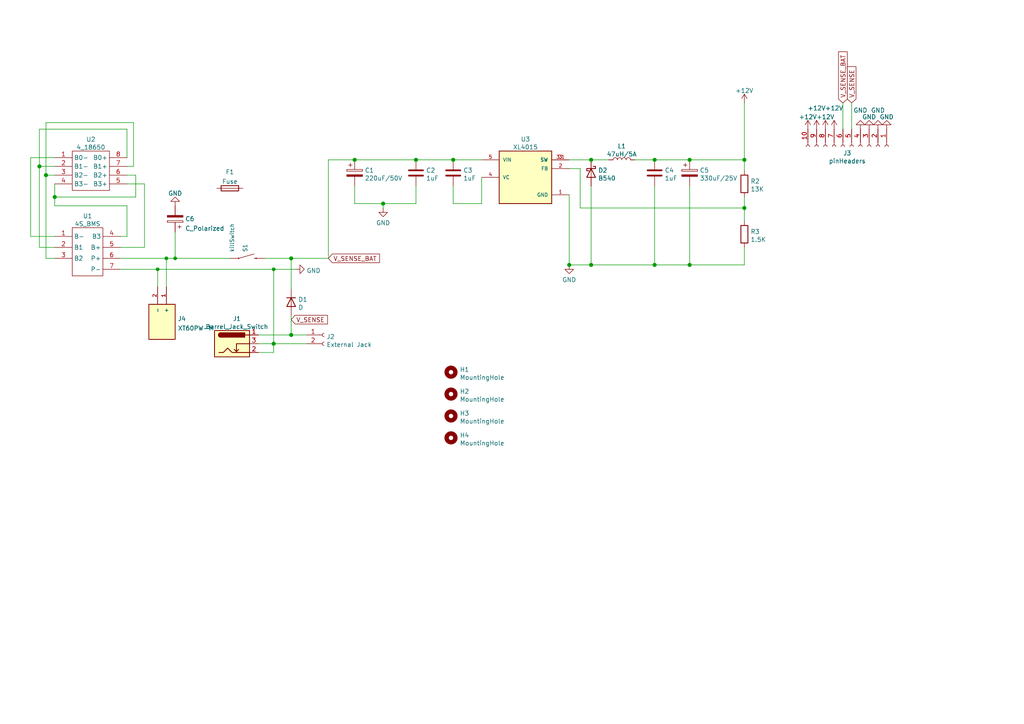
<source format=kicad_sch>
(kicad_sch (version 20211123) (generator eeschema)
  (paper "A4")
  (lib_symbols
    (symbol "Connector:Barrel_Jack_Switch" (pin_names hide)
      (property "Reference" "J" (at 0 5.334 0))
      (property "Value" "Barrel_Jack_Switch" (at 0 -5.08 0))
      (symbol "Barrel_Jack_Switch_0_1"
        (rectangle (start -5.08 3.81) (end 5.08 -3.81) (stroke (width 0.254)) (fill (type background)))
        (arc (start -3.302 3.175) (mid -3.937 2.54) (end -3.302 1.905) (stroke (width 0.254)))
        (arc (start -3.302 3.175) (mid -3.937 2.54) (end -3.302 1.905) (stroke (width 0.254)) (fill (type outline)))
        (polyline (pts (xy 1.27 -2.286) (xy 1.905 -1.651)) (stroke (width 0.254)))
        (polyline (pts (xy 5.08 2.54) (xy 3.81 2.54)) (stroke (width 0.254)))
        (polyline (pts (xy 5.08 0) (xy 1.27 0) (xy 1.27 -2.286) (xy 0.635 -1.651)) (stroke (width 0.254)))
        (polyline (pts (xy -3.81 -2.54) (xy -2.54 -2.54) (xy -1.27 -1.27) (xy 0 -2.54) (xy 2.54 -2.54) (xy 5.08 -2.54)) (stroke (width 0.254)))
        (rectangle (start 3.683 3.175) (end -3.302 1.905) (stroke (width 0.254)) (fill (type outline)))
      )
      (symbol "Barrel_Jack_Switch_1_1"
        (pin passive line (at 7.62 2.54 180) (length 2.54) (name "~") (number "1"))
        (pin passive line (at 7.62 -2.54 180) (length 2.54) (name "~") (number "2"))
        (pin passive line (at 7.62 0 180) (length 2.54) (name "~") (number "3"))
      )
    )
    (symbol "Connector:Conn_01x02_Female" (pin_names (offset 1.016) hide)
      (property "Reference" "J" (at 0 2.54 0))
      (property "Value" "Conn_01x02_Female" (at 0 -5.08 0))
      (symbol "Conn_01x02_Female_1_1"
        (arc (start 0 -2.032) (mid -0.508 -2.54) (end 0 -3.048) (stroke (width 0.1524)))
        (polyline (pts (xy -1.27 -2.54) (xy -0.508 -2.54)) (stroke (width 0.1524)))
        (polyline (pts (xy -1.27 0) (xy -0.508 0)) (stroke (width 0.1524)))
        (arc (start 0 0.508) (mid -0.508 0) (end 0 -0.508) (stroke (width 0.1524)))
        (pin passive line (at -5.08 0 0) (length 3.81) (name "Pin_1") (number "1"))
        (pin passive line (at -5.08 -2.54 0) (length 3.81) (name "Pin_2") (number "2"))
      )
    )
    (symbol "Connector:Conn_01x10_Female" (pin_names (offset 1.016) hide)
      (property "Reference" "J" (at 0 12.7 0))
      (property "Value" "Conn_01x10_Female" (at 0 -15.24 0))
      (symbol "Conn_01x10_Female_1_1"
        (arc (start 0 -12.192) (mid -0.508 -12.7) (end 0 -13.208) (stroke (width 0.1524)))
        (arc (start 0 -9.652) (mid -0.508 -10.16) (end 0 -10.668) (stroke (width 0.1524)))
        (arc (start 0 -7.112) (mid -0.508 -7.62) (end 0 -8.128) (stroke (width 0.1524)))
        (arc (start 0 -4.572) (mid -0.508 -5.08) (end 0 -5.588) (stroke (width 0.1524)))
        (arc (start 0 -2.032) (mid -0.508 -2.54) (end 0 -3.048) (stroke (width 0.1524)))
        (polyline (pts (xy -1.27 -12.7) (xy -0.508 -12.7)) (stroke (width 0.1524)))
        (polyline (pts (xy -1.27 -10.16) (xy -0.508 -10.16)) (stroke (width 0.1524)))
        (polyline (pts (xy -1.27 -7.62) (xy -0.508 -7.62)) (stroke (width 0.1524)))
        (polyline (pts (xy -1.27 -5.08) (xy -0.508 -5.08)) (stroke (width 0.1524)))
        (polyline (pts (xy -1.27 -2.54) (xy -0.508 -2.54)) (stroke (width 0.1524)))
        (polyline (pts (xy -1.27 0) (xy -0.508 0)) (stroke (width 0.1524)))
        (polyline (pts (xy -1.27 2.54) (xy -0.508 2.54)) (stroke (width 0.1524)))
        (polyline (pts (xy -1.27 5.08) (xy -0.508 5.08)) (stroke (width 0.1524)))
        (polyline (pts (xy -1.27 7.62) (xy -0.508 7.62)) (stroke (width 0.1524)))
        (polyline (pts (xy -1.27 10.16) (xy -0.508 10.16)) (stroke (width 0.1524)))
        (arc (start 0 0.508) (mid -0.508 0) (end 0 -0.508) (stroke (width 0.1524)))
        (arc (start 0 3.048) (mid -0.508 2.54) (end 0 2.032) (stroke (width 0.1524)))
        (arc (start 0 5.588) (mid -0.508 5.08) (end 0 4.572) (stroke (width 0.1524)))
        (arc (start 0 8.128) (mid -0.508 7.62) (end 0 7.112) (stroke (width 0.1524)))
        (arc (start 0 10.668) (mid -0.508 10.16) (end 0 9.652) (stroke (width 0.1524)))
        (pin passive line (at -5.08 10.16 0) (length 3.81) (name "Pin_1") (number "1"))
        (pin passive line (at -5.08 -12.7 0) (length 3.81) (name "Pin_10") (number "10"))
        (pin passive line (at -5.08 7.62 0) (length 3.81) (name "Pin_2") (number "2"))
        (pin passive line (at -5.08 5.08 0) (length 3.81) (name "Pin_3") (number "3"))
        (pin passive line (at -5.08 2.54 0) (length 3.81) (name "Pin_4") (number "4"))
        (pin passive line (at -5.08 0 0) (length 3.81) (name "Pin_5") (number "5"))
        (pin passive line (at -5.08 -2.54 0) (length 3.81) (name "Pin_6") (number "6"))
        (pin passive line (at -5.08 -5.08 0) (length 3.81) (name "Pin_7") (number "7"))
        (pin passive line (at -5.08 -7.62 0) (length 3.81) (name "Pin_8") (number "8"))
        (pin passive line (at -5.08 -10.16 0) (length 3.81) (name "Pin_9") (number "9"))
      )
    )
    (symbol "Device:C" (pin_numbers hide) (pin_names (offset 0.254))
      (property "Reference" "C" (at 0.635 2.54 0))
      (property "Value" "C" (at 0.635 -2.54 0))
      (symbol "C_0_1"
        (polyline (pts (xy -2.032 -0.762) (xy 2.032 -0.762)) (stroke (width 0.508)))
        (polyline (pts (xy -2.032 0.762) (xy 2.032 0.762)) (stroke (width 0.508)))
      )
      (symbol "C_1_1"
        (pin passive line (at 0 3.81 270) (length 2.794) (name "~") (number "1"))
        (pin passive line (at 0 -3.81 90) (length 2.794) (name "~") (number "2"))
      )
    )
    (symbol "Device:C_Polarized" (pin_numbers hide) (pin_names (offset 0.254))
      (property "Reference" "C" (at 0.635 2.54 0))
      (property "Value" "C_Polarized" (at 0.635 -2.54 0))
      (symbol "C_Polarized_0_1"
        (rectangle (start -2.286 0.508) (end 2.286 1.016))
        (polyline (pts (xy -1.778 2.286) (xy -0.762 2.286)))
        (polyline (pts (xy -1.27 2.794) (xy -1.27 1.778)))
        (rectangle (start 2.286 -0.508) (end -2.286 -1.016) (fill (type outline)))
      )
      (symbol "C_Polarized_1_1"
        (pin passive line (at 0 3.81 270) (length 2.794) (name "~") (number "1"))
        (pin passive line (at 0 -3.81 90) (length 2.794) (name "~") (number "2"))
      )
    )
    (symbol "Device:D" (pin_numbers hide) (pin_names (offset 1.016) hide)
      (property "Reference" "D" (at 0 2.54 0))
      (property "Value" "D" (at 0 -2.54 0))
      (symbol "D_0_1"
        (polyline (pts (xy -1.27 1.27) (xy -1.27 -1.27)) (stroke (width 0.254)))
        (polyline (pts (xy 1.27 0) (xy -1.27 0)))
        (polyline (pts (xy 1.27 1.27) (xy 1.27 -1.27) (xy -1.27 0) (xy 1.27 1.27)) (stroke (width 0.254)))
      )
      (symbol "D_1_1"
        (pin passive line (at -3.81 0 0) (length 2.54) (name "K") (number "1"))
        (pin passive line (at 3.81 0 180) (length 2.54) (name "A") (number "2"))
      )
    )
    (symbol "Device:D_Schottky" (pin_numbers hide) (pin_names (offset 1.016) hide)
      (property "Reference" "D" (at 0 2.54 0))
      (property "Value" "D_Schottky" (at 0 -2.54 0))
      (symbol "D_Schottky_0_1"
        (polyline (pts (xy 1.27 0) (xy -1.27 0)))
        (polyline (pts (xy 1.27 1.27) (xy 1.27 -1.27) (xy -1.27 0) (xy 1.27 1.27)) (stroke (width 0.254)))
        (polyline (pts (xy -1.905 0.635) (xy -1.905 1.27) (xy -1.27 1.27) (xy -1.27 -1.27) (xy -0.635 -1.27) (xy -0.635 -0.635)) (stroke (width 0.254)))
      )
      (symbol "D_Schottky_1_1"
        (pin passive line (at -3.81 0 0) (length 2.54) (name "K") (number "1"))
        (pin passive line (at 3.81 0 180) (length 2.54) (name "A") (number "2"))
      )
    )
    (symbol "Device:Fuse" (pin_numbers hide) (pin_names (offset 0))
      (property "Reference" "F" (at 2.032 0 90))
      (property "Value" "Fuse" (at -1.905 0 90))
      (symbol "Fuse_0_1"
        (rectangle (start -0.762 -2.54) (end 0.762 2.54) (stroke (width 0.254)))
        (polyline (pts (xy 0 2.54) (xy 0 -2.54)))
      )
      (symbol "Fuse_1_1"
        (pin passive line (at 0 3.81 270) (length 1.27) (name "~") (number "1"))
        (pin passive line (at 0 -3.81 90) (length 1.27) (name "~") (number "2"))
      )
    )
    (symbol "Device:L" (pin_numbers hide) (pin_names (offset 1.016) hide)
      (property "Reference" "L" (at -1.27 0 90))
      (property "Value" "L" (at 1.905 0 90))
      (symbol "L_0_1"
        (arc (start 0 -2.54) (mid 0.635 -1.905) (end 0 -1.27))
        (arc (start 0 -1.27) (mid 0.635 -0.635) (end 0 0))
        (arc (start 0 0) (mid 0.635 0.635) (end 0 1.27))
        (arc (start 0 1.27) (mid 0.635 1.905) (end 0 2.54))
      )
      (symbol "L_1_1"
        (pin passive line (at 0 3.81 270) (length 1.27) (name "1") (number "1"))
        (pin passive line (at 0 -3.81 90) (length 1.27) (name "2") (number "2"))
      )
    )
    (symbol "Device:R" (pin_numbers hide) (pin_names (offset 0))
      (property "Reference" "R" (at 2.032 0 90))
      (property "Value" "R" (at 0 0 90))
      (symbol "R_0_1"
        (rectangle (start -1.016 -2.54) (end 1.016 2.54) (stroke (width 0.254)))
      )
      (symbol "R_1_1"
        (pin passive line (at 0 3.81 270) (length 1.27) (name "~") (number "1"))
        (pin passive line (at 0 -3.81 90) (length 1.27) (name "~") (number "2"))
      )
    )
    (symbol "Mechanical:MountingHole" (pin_names (offset 1.016))
      (property "Reference" "H" (at 0 5.08 0))
      (property "Value" "MountingHole" (at 0 3.175 0))
      (symbol "MountingHole_0_1"
        (circle (center 0 0) (radius 1.27) (stroke (width 1.27)))
      )
    )
    (symbol "SparkFun-Switches:ROCKER_SWITCH-SPST_PTH_RIGHT_ANGLE" (pin_numbers hide) (pin_names (offset 1.016) hide)
      (property "Reference" "S" (at -5.08 2.54 0))
      (property "Value" "ROCKER_SWITCH-SPST_PTH_RIGHT_ANGLE" (at -5.08 -2.54 0))
      (property "Field4" "SWCH-08863" (at 0 6.35 0))
      (symbol "ROCKER_SWITCH-SPST_PTH_RIGHT_ANGLE_1_0"
        (polyline (pts (xy -2.54 0) (xy 1.905 1.27)))
        (polyline (pts (xy 1.905 0) (xy 2.54 0)))
      )
      (symbol "ROCKER_SWITCH-SPST_PTH_RIGHT_ANGLE_1_1"
        (circle (center -2.54 0) (radius 0.127) (fill (type outline)))
        (circle (center 2.54 0) (radius 0.127) (fill (type outline)))
        (pin passive line (at -5.08 0 0) (length 2.54) (name "1") (number "1"))
        (pin passive line (at 5.08 0 180) (length 2.54) (name "2") (number "2"))
      )
    )
    (symbol "XL4015:XL4015" (pin_names (offset 1.016))
      (property "Reference" "U" (at -7.62 8.89 0))
      (property "Value" "XL4015" (at -7.62 -9.906 0))
      (symbol "XL4015_0_0"
        (rectangle (start -7.62 -7.62) (end 7.62 7.62) (stroke (width 0.254)) (fill (type background)))
        (pin power_in line (at 12.7 -5.08 180) (length 5.08) (name "GND") (number "1"))
        (pin input line (at 12.7 2.54 180) (length 5.08) (name "FB") (number "2"))
        (pin output line (at 12.7 5.08 180) (length 5.08) (name "SW") (number "3"))
        (pin output line (at 12.7 5.08 180) (length 5.08) (name "SW") (number "3.1"))
        (pin passive line (at -12.7 0 0) (length 5.08) (name "VC") (number "4"))
        (pin input line (at -12.7 5.08 0) (length 5.08) (name "VIN") (number "5"))
      )
    )
    (symbol "XT60PW-M:XT60PW-M" (pin_names (offset 1.016))
      (property "Reference" "J" (at -5.08 5.715 0))
      (property "Value" "XT60PW-M" (at -5.08 -5.08 0))
      (symbol "XT60PW-M_0_0"
        (rectangle (start -5.08 -2.54) (end 5.08 5.08) (stroke (width 0.254)) (fill (type background)))
        (pin passive line (at -10.16 2.54 0) (length 5.08) (name "+") (number "1"))
        (pin passive line (at -10.16 0 0) (length 5.08) (name "-") (number "2"))
      )
    )
    (symbol "jildertLib:4S_BMS"
      (property "Reference" "U" (at 0 1.27 0))
      (property "Value" "4S_BMS" (at 0 3.175 0))
      (symbol "4S_BMS_0_1"
        (rectangle (start -4.445 0) (end 4.445 -13.97) (stroke (width 0.1524)))
      )
      (symbol "4S_BMS_1_1"
        (pin input line (at -9.525 -2.54 0) (length 5.08) (name "B-") (number "1"))
        (pin input line (at -9.525 -5.715 0) (length 5.08) (name "B1") (number "2"))
        (pin input line (at -9.525 -8.89 0) (length 5.08) (name "B2") (number "3"))
        (pin input line (at 9.525 -2.54 180) (length 5.08) (name "B3") (number "4"))
        (pin input line (at 9.525 -5.715 180) (length 5.08) (name "B+") (number "5"))
        (pin input line (at 9.525 -8.89 180) (length 5.08) (name "P+") (number "6"))
        (pin input line (at 9.525 -12.065 180) (length 5.08) (name "P-") (number "7"))
      )
    )
    (symbol "jildertLib:4_18650"
      (property "Reference" "U" (at 0 0 0))
      (property "Value" "4_18650" (at 0 1.905 0))
      (symbol "4_18650_0_1"
        (rectangle (start -5.08 -1.905) (end 5.715 -13.335) (stroke (width 0.1524)))
      )
      (symbol "4_18650_1_1"
        (pin input line (at -10.16 -3.81 0) (length 5.08) (name "B0-") (number "1"))
        (pin input line (at -10.16 -6.35 0) (length 5.08) (name "B1-") (number "2"))
        (pin input line (at -10.16 -8.89 0) (length 5.08) (name "B2-") (number "3"))
        (pin input line (at -10.16 -11.43 0) (length 5.08) (name "B3-") (number "4"))
        (pin input line (at 10.795 -11.43 180) (length 5.08) (name "B3+") (number "5"))
        (pin input line (at 10.795 -8.89 180) (length 5.08) (name "B2+") (number "6"))
        (pin input line (at 10.795 -6.35 180) (length 5.08) (name "B1+") (number "7"))
        (pin input line (at 10.795 -3.81 180) (length 5.08) (name "B0+") (number "8"))
      )
    )
    (symbol "power:+12V" (power) (pin_names (offset 0))
      (property "Value" "+12V" (at 0 3.556 0))
      (symbol "+12V_0_1"
        (polyline (pts (xy -0.762 1.27) (xy 0 2.54)))
        (polyline (pts (xy 0 0) (xy 0 2.54)))
        (polyline (pts (xy 0 2.54) (xy 0.762 1.27)))
      )
      (symbol "+12V_1_1"
        (pin power_in line (at 0 0 90) (length 0) hide (name "+12V") (number "1"))
      )
    )
    (symbol "power:GND" (power) (pin_names (offset 0))
      (property "Value" "GND" (at 0 -3.81 0))
      (symbol "GND_0_1"
        (polyline (pts (xy 0 0) (xy 0 -1.27) (xy 1.27 -1.27) (xy 0 -2.54) (xy -1.27 -1.27) (xy 0 -1.27)))
      )
      (symbol "GND_1_1"
        (pin power_in line (at 0 0 270) (length 0) hide (name "GND") (number "1"))
      )
    )
  )
  (junction (at 200.025 46.355) (diameter 1.016))
  (junction (at 215.9 46.355) (diameter 1.016))
  (junction (at 84.455 74.93) (diameter 1.016))
  (junction (at 200.025 76.835) (diameter 1.016))
  (junction (at 48.26 74.93))
  (junction (at 79.375 99.695) (diameter 1.016))
  (junction (at 215.9 60.325) (diameter 1.016))
  (junction (at 120.65 46.355) (diameter 1.016))
  (junction (at 45.72 78.105))
  (junction (at 189.865 46.355) (diameter 1.016))
  (junction (at 111.125 59.055) (diameter 1.016))
  (junction (at 189.865 76.835) (diameter 1.016))
  (junction (at 50.8 74.93))
  (junction (at 171.45 46.355) (diameter 1.016))
  (junction (at 13.335 50.8) (diameter 1.016))
  (junction (at 102.87 46.355) (diameter 1.016))
  (junction (at 15.875 57.15) (diameter 1.016))
  (junction (at 165.1 76.835) (diameter 1.016))
  (junction (at 79.375 78.105))
  (junction (at 171.45 76.835) (diameter 1.016))
  (junction (at 84.455 97.155) (diameter 1.016))
  (junction (at 11.43 48.26) (diameter 1.016))
  (junction (at 131.445 46.355) (diameter 1.016))
  (wire (pts (xy 50.8 74.93) (xy 66.675 74.93)))
  (wire (pts (xy 131.445 53.975) (xy 131.445 59.055)))
  (wire (pts (xy 48.26 74.93) (xy 50.8 74.93)))
  (wire (pts (xy 200.025 46.355) (xy 215.9 46.355)))
  (wire (pts (xy 36.83 50.8) (xy 39.37 50.8)))
  (wire (pts (xy 39.37 50.8) (xy 39.37 57.15)))
  (wire (pts (xy 39.37 57.15) (xy 15.875 57.15)))
  (wire (pts (xy 34.925 78.105) (xy 45.72 78.105)))
  (wire (pts (xy 165.1 56.515) (xy 165.1 76.835)))
  (wire (pts (xy 79.375 78.105) (xy 79.375 99.695)))
  (wire (pts (xy 215.9 57.15) (xy 215.9 60.325)))
  (wire (pts (xy 215.9 60.325) (xy 215.9 64.135)))
  (wire (pts (xy 215.9 71.755) (xy 215.9 76.835)))
  (wire (pts (xy 215.9 76.835) (xy 200.025 76.835)))
  (wire (pts (xy 15.875 53.34) (xy 15.875 57.15)))
  (wire (pts (xy 15.875 57.15) (xy 15.875 59.69)))
  (wire (pts (xy 15.875 59.69) (xy 36.83 59.69)))
  (wire (pts (xy 36.83 59.69) (xy 36.83 68.58)))
  (wire (pts (xy 36.83 68.58) (xy 34.925 68.58)))
  (wire (pts (xy 165.1 46.355) (xy 171.45 46.355)))
  (wire (pts (xy 74.93 99.695) (xy 79.375 99.695)))
  (wire (pts (xy 36.83 53.34) (xy 41.91 53.34)))
  (wire (pts (xy 41.91 53.34) (xy 41.91 71.755)))
  (wire (pts (xy 41.91 71.755) (xy 34.925 71.755)))
  (wire (pts (xy 84.455 74.93) (xy 84.455 83.82)))
  (wire (pts (xy 244.475 29.845) (xy 244.475 37.465)))
  (wire (pts (xy 48.26 74.93) (xy 48.26 83.185)))
  (wire (pts (xy 165.1 48.895) (xy 168.275 48.895)))
  (wire (pts (xy 168.275 48.895) (xy 168.275 60.325)))
  (wire (pts (xy 76.835 74.93) (xy 84.455 74.93)))
  (wire (pts (xy 131.445 46.355) (xy 139.7 46.355)))
  (wire (pts (xy 13.335 50.8) (xy 13.335 74.93)))
  (wire (pts (xy 13.335 74.93) (xy 15.875 74.93)))
  (wire (pts (xy 215.9 46.355) (xy 215.9 49.53)))
  (wire (pts (xy 50.8 67.31) (xy 50.8 74.93)))
  (wire (pts (xy 102.87 53.975) (xy 102.87 59.055)))
  (wire (pts (xy 102.87 59.055) (xy 111.125 59.055)))
  (wire (pts (xy 111.125 59.055) (xy 120.65 59.055)))
  (wire (pts (xy 120.65 53.975) (xy 120.65 59.055)))
  (wire (pts (xy 79.375 78.105) (xy 85.725 78.105)))
  (wire (pts (xy 215.9 29.845) (xy 215.9 46.355)))
  (wire (pts (xy 11.43 37.465) (xy 11.43 48.26)))
  (wire (pts (xy 11.43 48.26) (xy 15.875 48.26)))
  (wire (pts (xy 36.83 37.465) (xy 11.43 37.465)))
  (wire (pts (xy 36.83 45.72) (xy 36.83 37.465)))
  (wire (pts (xy 34.925 74.93) (xy 48.26 74.93)))
  (wire (pts (xy 74.93 97.155) (xy 84.455 97.155)))
  (wire (pts (xy 84.455 74.93) (xy 95.25 74.93)))
  (wire (pts (xy 84.455 97.155) (xy 88.9 97.155)))
  (wire (pts (xy 247.015 29.845) (xy 247.015 37.465)))
  (wire (pts (xy 184.15 46.355) (xy 189.865 46.355)))
  (wire (pts (xy 13.335 35.56) (xy 13.335 50.8)))
  (wire (pts (xy 13.335 50.8) (xy 15.875 50.8)))
  (wire (pts (xy 36.83 48.26) (xy 38.735 48.26)))
  (wire (pts (xy 38.735 35.56) (xy 13.335 35.56)))
  (wire (pts (xy 38.735 48.26) (xy 38.735 35.56)))
  (wire (pts (xy 95.25 74.93) (xy 95.25 46.355)))
  (wire (pts (xy 168.275 60.325) (xy 215.9 60.325)))
  (wire (pts (xy 120.65 46.355) (xy 131.445 46.355)))
  (wire (pts (xy 11.43 48.26) (xy 11.43 71.755)))
  (wire (pts (xy 11.43 71.755) (xy 15.875 71.755)))
  (wire (pts (xy 171.45 76.835) (xy 165.1 76.835)))
  (wire (pts (xy 189.865 53.975) (xy 189.865 76.835)))
  (wire (pts (xy 189.865 76.835) (xy 171.45 76.835)))
  (wire (pts (xy 45.72 78.105) (xy 45.72 83.185)))
  (wire (pts (xy 131.445 59.055) (xy 139.7 59.055)))
  (wire (pts (xy 139.7 59.055) (xy 139.7 51.435)))
  (wire (pts (xy 189.865 76.835) (xy 200.025 76.835)))
  (wire (pts (xy 200.025 53.975) (xy 200.025 76.835)))
  (wire (pts (xy 45.72 78.105) (xy 79.375 78.105)))
  (wire (pts (xy 74.93 102.235) (xy 79.375 102.235)))
  (wire (pts (xy 79.375 99.695) (xy 79.375 102.235)))
  (wire (pts (xy 102.87 46.355) (xy 120.65 46.355)))
  (wire (pts (xy 189.865 46.355) (xy 200.025 46.355)))
  (wire (pts (xy 171.45 46.355) (xy 176.53 46.355)))
  (wire (pts (xy 95.25 46.355) (xy 102.87 46.355)))
  (wire (pts (xy 79.375 99.695) (xy 88.9 99.695)))
  (wire (pts (xy 8.89 45.72) (xy 8.89 68.58)))
  (wire (pts (xy 8.89 68.58) (xy 15.875 68.58)))
  (wire (pts (xy 15.875 45.72) (xy 8.89 45.72)))
  (wire (pts (xy 111.125 59.055) (xy 111.125 60.325)))
  (wire (pts (xy 171.45 53.975) (xy 171.45 76.835)))
  (wire (pts (xy 84.455 91.44) (xy 84.455 97.155)))
  (global_label "V_SENSE_BAT" (shape input) (at 244.475 29.845 90) (property "Intersheet References" "${INTERSHEET_REFS}" (effects hide)))
  (global_label "V_SENSE" (shape input) (at 247.015 29.845 90) (property "Intersheet References" "${INTERSHEET_REFS}" (effects hide)))
  (global_label "V_SENSE" (shape input) (at 84.455 92.71 0) (property "Intersheet References" "${INTERSHEET_REFS}" (effects hide)))
  (global_label "V_SENSE_BAT" (shape input) (at 95.25 74.93 0) (property "Intersheet References" "${INTERSHEET_REFS}" (effects hide)))
  (symbol (lib_id "power:GND") (at 85.725 78.105 90) (unit 1)
    (property "Reference" "#PWR01" (effects hide))
    (property "Value" "GND" (at 88.9001 78.4935 90) (effects (justify right)))
  )
  (symbol (lib_id "power:+12V") (at 215.9 29.845 0) (unit 1)
    (property "Reference" "#PWR011" (effects hide))
    (property "Value" "+12V" (at 215.9 26.2976 0))
  )
  (symbol (lib_id "power:+12V") (at 236.855 37.465 0) (unit 1)
    (property "Reference" "#PWR04" (effects hide))
    (property "Value" "+12V" (at 236.855 31.3776 0))
  )
  (symbol (lib_id "Device:C") (at 131.445 50.165 0) (unit 1)
    (property "Reference" "C3" (at 134.3661 49.4041 0) (effects (justify left)))
    (property "Value" "1uF" (at 134.3661 51.7028 0) (effects (justify left)))
    (property "Footprint" "Capacitors:0805" (effects hide))
  )
  (symbol (lib_id "power:+12V") (at 241.935 37.465 0) (unit 1)
    (property "Reference" "#PWR06" (effects hide))
    (property "Value" "+12V" (at 241.935 31.3776 0))
  )
  (symbol (lib_id "power:GND") (at 111.125 60.325 0) (unit 1)
    (property "Reference" "#PWR03" (effects hide))
    (property "Value" "GND" (at 111.125 64.6494 0))
  )
  (symbol (lib_id "Mechanical:MountingHole") (at 130.81 114.3 0) (unit 1)
    (property "Reference" "H2" (at 133.3501 113.5391 0) (effects (justify left)))
    (property "Value" "MountingHole" (at 133.3501 115.8378 0) (effects (justify left)))
    (property "Footprint" "MountingHole:MountingHole_3mm_Pad" (effects hide))
  )
  (symbol (lib_id "jildertLib:4_18650") (at 26.035 41.91 0) (unit 1)
    (property "Reference" "U2" (at 26.3525 40.4326 0))
    (property "Value" "4_18650" (at 26.3525 42.7313 0))
    (property "Footprint" "jildertTest:j18650_4" (effects hide))
  )
  (symbol (lib_id "XT60PW-M:XT60PW-M") (at 45.72 93.345 270) (unit 1)
    (property "Reference" "J4" (at 51.562 92.4365 90) (effects (justify left)))
    (property "Value" "XT60PW-M" (at 51.562 95.2116 90) (effects (justify left)))
    (property "Footprint" "XT60PW-M:AMASS_XT60PW-M" (effects hide))
    (property "MAXIMUM_PACKAGE_HEIGHT" "8.4 mm" (effects hide))
    (property "MANUFACTURER" "AMASS" (effects hide))
    (property "PARTREV" "V1.2" (effects hide))
    (property "STANDARD" "Manufacturer recommendations" (effects hide))
    (property "JLCPCB" "C98732" (effects hide))
  )
  (symbol (lib_id "Device:R") (at 215.9 53.34 0) (unit 1)
    (property "Reference" "R2" (at 217.6781 52.5791 0) (effects (justify left)))
    (property "Value" "13K" (at 217.6781 54.8778 0) (effects (justify left)))
    (property "Footprint" "Resistors:0805" (effects hide))
    (property "Field4" "C17414" (effects hide))
  )
  (symbol (lib_id "Device:C_Polarized") (at 50.8 63.5 180) (unit 1)
    (property "Reference" "C6" (at 53.721 63.4805 0) (effects (justify right)))
    (property "Value" "C_Polarized" (at 53.721 66.2556 0) (effects (justify right)))
    (property "Footprint" "Capacitor_THT:CP_Radial_D12.5mm_P5.00mm" (effects hide))
  )
  (symbol (lib_id "power:+12V") (at 239.395 37.465 0) (unit 1)
    (property "Reference" "#PWR05" (effects hide))
    (property "Value" "+12V" (at 239.395 33.9176 0))
  )
  (symbol (lib_id "Device:C_Polarized") (at 102.87 50.165 0) (unit 1)
    (property "Reference" "C1" (at 105.7911 49.4041 0) (effects (justify left)))
    (property "Value" "220uF/50V" (at 105.7911 51.7028 0) (effects (justify left)))
    (property "Footprint" "Capacitor_SMD:CP_Elec_10x10" (effects hide))
    (property "Field4" " C190286 " (effects hide))
  )
  (symbol (lib_id "power:GND") (at 165.1 76.835 0) (unit 1)
    (property "Reference" "#PWR010" (effects hide))
    (property "Value" "GND" (at 165.1 81.1594 0))
  )
  (symbol (lib_id "power:GND") (at 252.095 37.465 180) (unit 1)
    (property "Reference" "#PWR0102" (effects hide))
    (property "Value" "GND" (at 252.095 33.9176 0))
  )
  (symbol (lib_id "power:+12V") (at 234.315 37.465 0) (unit 1)
    (property "Reference" "#PWR02" (effects hide))
    (property "Value" "+12V" (at 234.315 33.9176 0))
  )
  (symbol (lib_id "Mechanical:MountingHole") (at 130.81 120.65 0) (unit 1)
    (property "Reference" "H3" (at 133.3501 119.8891 0) (effects (justify left)))
    (property "Value" "MountingHole" (at 133.3501 122.1878 0) (effects (justify left)))
    (property "Footprint" "MountingHole:MountingHole_3mm_Pad" (effects hide))
  )
  (symbol (lib_id "Device:C") (at 120.65 50.165 0) (unit 1)
    (property "Reference" "C2" (at 123.5711 49.4041 0) (effects (justify left)))
    (property "Value" "1uF" (at 123.5711 51.7028 0) (effects (justify left)))
    (property "Footprint" "Capacitors:0805" (effects hide))
  )
  (symbol (lib_id "Device:L") (at 180.34 46.355 90) (unit 1)
    (property "Reference" "L1" (at 180.34 42.4138 90))
    (property "Value" "47uH/5A" (at 180.34 44.7125 90))
    (property "Footprint" "jildertTest:YSPI1365" (effects hide))
    (property "Field4" " C497913 " (effects hide))
  )
  (symbol (lib_id "power:GND") (at 249.555 37.465 180) (unit 1)
    (property "Reference" "#PWR0103" (effects hide))
    (property "Value" "GND" (at 249.555 32.0126 0))
  )
  (symbol (lib_id "Device:Fuse") (at 66.675 54.61 90) (unit 1)
    (property "Reference" "F1" (at 66.675 49.8815 90))
    (property "Value" "Fuse" (at 66.675 52.6566 90))
    (property "Footprint" "Fuse:Fuse_2920_7451Metric" (effects hide))
  )
  (symbol (lib_id "SparkFun-Switches:ROCKER_SWITCH-SPST_PTH_RIGHT_ANGLE") (at 71.755 74.93 0) (unit 1)
    (property "Reference" "S1" (at 71.12 71.9184 90) (effects (font (size 1.143 1.143))))
    (property "Value" "killSwitch" (at 67.31 68.9326 90) (effects (font (size 1.143 1.143))))
    (property "Footprint" "jildertTest:MR1-110-C5N-BB" (effects hide))
    (property "Field4" " C268222 " (effects hide))
  )
  (symbol (lib_id "Mechanical:MountingHole") (at 130.81 127 0) (unit 1)
    (property "Reference" "H4" (at 133.3501 126.2391 0) (effects (justify left)))
    (property "Value" "MountingHole" (at 133.3501 128.5378 0) (effects (justify left)))
    (property "Footprint" "MountingHole:MountingHole_3mm_Pad" (effects hide))
  )
  (symbol (lib_id "Mechanical:MountingHole") (at 130.81 107.95 0) (unit 1)
    (property "Reference" "H1" (at 133.3501 107.1891 0) (effects (justify left)))
    (property "Value" "MountingHole" (at 133.3501 109.4878 0) (effects (justify left)))
    (property "Footprint" "MountingHole:MountingHole_3mm_Pad" (effects hide))
  )
  (symbol (lib_id "Device:D") (at 84.455 87.63 270) (unit 1)
    (property "Reference" "D1" (at 86.4871 86.8691 90) (effects (justify left)))
    (property "Value" "D" (at 86.4871 89.1678 90) (effects (justify left)))
    (property "Footprint" "Diode_SMD:D_SMA" (effects hide))
    (property "Field4" " C22452 Copy" (effects hide))
  )
  (symbol (lib_id "Device:C") (at 189.865 50.165 0) (unit 1)
    (property "Reference" "C4" (at 192.7861 49.4041 0) (effects (justify left)))
    (property "Value" "1uF" (at 192.7861 51.7028 0) (effects (justify left)))
    (property "Footprint" "Capacitors:0805" (effects hide))
  )
  (symbol (lib_id "Device:R") (at 215.9 67.945 0) (unit 1)
    (property "Reference" "R3" (at 217.6781 67.1841 0) (effects (justify left)))
    (property "Value" "1.5K" (at 217.6781 69.4828 0) (effects (justify left)))
    (property "Footprint" "Resistor_SMD:R_0805_2012Metric" (effects hide))
    (property "Field4" "C26010" (effects hide))
  )
  (symbol (lib_id "Connector:Barrel_Jack_Switch") (at 67.31 99.695 0) (unit 1)
    (property "Reference" "J1" (at 68.707 92.4518 0))
    (property "Value" "Barrel_Jack_Switch" (at 68.707 94.7505 0))
    (property "Footprint" "Connector_BarrelJack:BarrelJack_CLIFF_FC681465S_SMT_Horizontal" (effects hide))
  )
  (symbol (lib_id "Device:C_Polarized") (at 200.025 50.165 0) (unit 1)
    (property "Reference" "C5" (at 202.9461 49.4041 0) (effects (justify left)))
    (property "Value" "330uF/25V" (at 202.9461 51.7028 0) (effects (justify left)))
    (property "Footprint" "Capacitor_SMD:C_Elec_10x10.2" (effects hide))
    (property "C2687701" "C2687701" (effects hide))
  )
  (symbol (lib_id "XL4015:XL4015") (at 152.4 51.435 0) (unit 1)
    (property "Reference" "U3" (at 152.4 40.3818 0))
    (property "Value" "XL4015" (at 152.4 42.6805 0))
    (property "Footprint" "XL4015:CONV_XL4015" (effects hide))
    (property "STANDARD" "Manufacturer Recommendations" (effects hide))
    (property "PARTREV" "1.5" (effects hide))
    (property "MANUFACTURER" "XLSEMI" (effects hide))
    (property "MAXIMUM_PACKAGE_HEIGHT" "4.77mm" (effects hide))
  )
  (symbol (lib_id "Connector:Conn_01x10_Female") (at 247.015 42.545 270) (unit 1)
    (property "Reference" "J3" (at 245.745 44.4056 90))
    (property "Value" "pinHeaders" (at 245.745 46.7043 90))
    (property "Footprint" "Connector_PinHeader_2.54mm:PinHeader_1x10_P2.54mm_Vertical" (effects hide))
  )
  (symbol (lib_id "jildertLib:4S_BMS") (at 25.4 66.04 0) (unit 1)
    (property "Reference" "U1" (at 25.4 62.6576 0))
    (property "Value" "4S_BMS" (at 25.4 64.9563 0))
    (property "Footprint" "jildertTest:jBMS" (effects hide))
  )
  (symbol (lib_id "power:GND") (at 50.8 59.69 180) (unit 1)
    (property "Reference" "#PWR0104" (effects hide))
    (property "Value" "GND" (at 50.8 56.0855 0))
  )
  (symbol (lib_id "power:GND") (at 254.635 37.465 180) (unit 1)
    (property "Reference" "#PWR0101" (effects hide))
    (property "Value" "GND" (at 254.635 32.0126 0))
  )
  (symbol (lib_id "Connector:Conn_01x02_Female") (at 93.98 97.155 0) (unit 1)
    (property "Reference" "J2" (at 94.6913 97.6641 0) (effects (justify left)))
    (property "Value" "External Jack" (at 94.6913 99.9628 0) (effects (justify left)))
    (property "Footprint" "TerminalBlock:TerminalBlock_Altech_AK300-2_P5.00mm" (effects hide))
  )
  (symbol (lib_id "power:GND") (at 257.175 37.465 180) (unit 1)
    (property "Reference" "#PWR08" (effects hide))
    (property "Value" "GND" (at 257.175 33.9176 0))
  )
  (symbol (lib_id "Device:D_Schottky") (at 171.45 50.165 270) (unit 1)
    (property "Reference" "D2" (at 173.4821 49.4041 90) (effects (justify left)))
    (property "Value" "B540" (at 173.4821 51.7028 90) (effects (justify left)))
    (property "Footprint" "Diode_SMD:D_SMC" (effects hide))
    (property "Field4" "C57579" (effects hide))
  )
)
</source>
